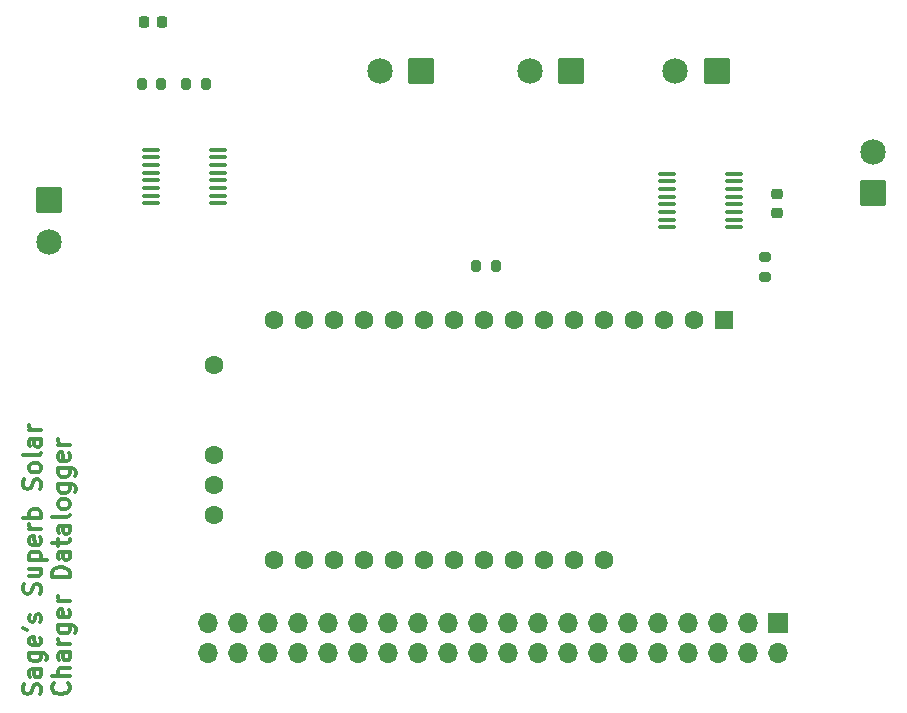
<source format=gts>
%TF.GenerationSoftware,KiCad,Pcbnew,7.0.8*%
%TF.CreationDate,2024-03-08T20:35:52-08:00*%
%TF.ProjectId,solar_charger,736f6c61-725f-4636-9861-726765722e6b,rev?*%
%TF.SameCoordinates,Original*%
%TF.FileFunction,Soldermask,Top*%
%TF.FilePolarity,Negative*%
%FSLAX46Y46*%
G04 Gerber Fmt 4.6, Leading zero omitted, Abs format (unit mm)*
G04 Created by KiCad (PCBNEW 7.0.8) date 2024-03-08 20:35:52*
%MOMM*%
%LPD*%
G01*
G04 APERTURE LIST*
G04 Aperture macros list*
%AMRoundRect*
0 Rectangle with rounded corners*
0 $1 Rounding radius*
0 $2 $3 $4 $5 $6 $7 $8 $9 X,Y pos of 4 corners*
0 Add a 4 corners polygon primitive as box body*
4,1,4,$2,$3,$4,$5,$6,$7,$8,$9,$2,$3,0*
0 Add four circle primitives for the rounded corners*
1,1,$1+$1,$2,$3*
1,1,$1+$1,$4,$5*
1,1,$1+$1,$6,$7*
1,1,$1+$1,$8,$9*
0 Add four rect primitives between the rounded corners*
20,1,$1+$1,$2,$3,$4,$5,0*
20,1,$1+$1,$4,$5,$6,$7,0*
20,1,$1+$1,$6,$7,$8,$9,0*
20,1,$1+$1,$8,$9,$2,$3,0*%
G04 Aperture macros list end*
%ADD10C,0.300000*%
%ADD11RoundRect,0.225000X0.225000X0.250000X-0.225000X0.250000X-0.225000X-0.250000X0.225000X-0.250000X0*%
%ADD12RoundRect,0.225000X-0.250000X0.225000X-0.250000X-0.225000X0.250000X-0.225000X0.250000X0.225000X0*%
%ADD13RoundRect,0.200000X0.200000X0.275000X-0.200000X0.275000X-0.200000X-0.275000X0.200000X-0.275000X0*%
%ADD14RoundRect,0.063500X1.016000X1.016000X-1.016000X1.016000X-1.016000X-1.016000X1.016000X-1.016000X0*%
%ADD15C,2.159000*%
%ADD16R,1.600000X1.600000*%
%ADD17C,1.600000*%
%ADD18RoundRect,0.200000X-0.275000X0.200000X-0.275000X-0.200000X0.275000X-0.200000X0.275000X0.200000X0*%
%ADD19RoundRect,0.100000X-0.637500X-0.100000X0.637500X-0.100000X0.637500X0.100000X-0.637500X0.100000X0*%
%ADD20RoundRect,0.100000X0.637500X0.100000X-0.637500X0.100000X-0.637500X-0.100000X0.637500X-0.100000X0*%
%ADD21RoundRect,0.063500X-1.016000X1.016000X-1.016000X-1.016000X1.016000X-1.016000X1.016000X1.016000X0*%
%ADD22RoundRect,0.063500X1.016000X-1.016000X1.016000X1.016000X-1.016000X1.016000X-1.016000X-1.016000X0*%
%ADD23R,1.700000X1.700000*%
%ADD24O,1.700000X1.700000*%
G04 APERTURE END LIST*
D10*
X102851400Y-95909917D02*
X102922828Y-95695632D01*
X102922828Y-95695632D02*
X102922828Y-95338489D01*
X102922828Y-95338489D02*
X102851400Y-95195632D01*
X102851400Y-95195632D02*
X102779971Y-95124203D01*
X102779971Y-95124203D02*
X102637114Y-95052774D01*
X102637114Y-95052774D02*
X102494257Y-95052774D01*
X102494257Y-95052774D02*
X102351400Y-95124203D01*
X102351400Y-95124203D02*
X102279971Y-95195632D01*
X102279971Y-95195632D02*
X102208542Y-95338489D01*
X102208542Y-95338489D02*
X102137114Y-95624203D01*
X102137114Y-95624203D02*
X102065685Y-95767060D01*
X102065685Y-95767060D02*
X101994257Y-95838489D01*
X101994257Y-95838489D02*
X101851400Y-95909917D01*
X101851400Y-95909917D02*
X101708542Y-95909917D01*
X101708542Y-95909917D02*
X101565685Y-95838489D01*
X101565685Y-95838489D02*
X101494257Y-95767060D01*
X101494257Y-95767060D02*
X101422828Y-95624203D01*
X101422828Y-95624203D02*
X101422828Y-95267060D01*
X101422828Y-95267060D02*
X101494257Y-95052774D01*
X102922828Y-93767061D02*
X102137114Y-93767061D01*
X102137114Y-93767061D02*
X101994257Y-93838489D01*
X101994257Y-93838489D02*
X101922828Y-93981346D01*
X101922828Y-93981346D02*
X101922828Y-94267061D01*
X101922828Y-94267061D02*
X101994257Y-94409918D01*
X102851400Y-93767061D02*
X102922828Y-93909918D01*
X102922828Y-93909918D02*
X102922828Y-94267061D01*
X102922828Y-94267061D02*
X102851400Y-94409918D01*
X102851400Y-94409918D02*
X102708542Y-94481346D01*
X102708542Y-94481346D02*
X102565685Y-94481346D01*
X102565685Y-94481346D02*
X102422828Y-94409918D01*
X102422828Y-94409918D02*
X102351400Y-94267061D01*
X102351400Y-94267061D02*
X102351400Y-93909918D01*
X102351400Y-93909918D02*
X102279971Y-93767061D01*
X101922828Y-92409918D02*
X103137114Y-92409918D01*
X103137114Y-92409918D02*
X103279971Y-92481346D01*
X103279971Y-92481346D02*
X103351400Y-92552775D01*
X103351400Y-92552775D02*
X103422828Y-92695632D01*
X103422828Y-92695632D02*
X103422828Y-92909918D01*
X103422828Y-92909918D02*
X103351400Y-93052775D01*
X102851400Y-92409918D02*
X102922828Y-92552775D01*
X102922828Y-92552775D02*
X102922828Y-92838489D01*
X102922828Y-92838489D02*
X102851400Y-92981346D01*
X102851400Y-92981346D02*
X102779971Y-93052775D01*
X102779971Y-93052775D02*
X102637114Y-93124203D01*
X102637114Y-93124203D02*
X102208542Y-93124203D01*
X102208542Y-93124203D02*
X102065685Y-93052775D01*
X102065685Y-93052775D02*
X101994257Y-92981346D01*
X101994257Y-92981346D02*
X101922828Y-92838489D01*
X101922828Y-92838489D02*
X101922828Y-92552775D01*
X101922828Y-92552775D02*
X101994257Y-92409918D01*
X102851400Y-91124203D02*
X102922828Y-91267060D01*
X102922828Y-91267060D02*
X102922828Y-91552775D01*
X102922828Y-91552775D02*
X102851400Y-91695632D01*
X102851400Y-91695632D02*
X102708542Y-91767060D01*
X102708542Y-91767060D02*
X102137114Y-91767060D01*
X102137114Y-91767060D02*
X101994257Y-91695632D01*
X101994257Y-91695632D02*
X101922828Y-91552775D01*
X101922828Y-91552775D02*
X101922828Y-91267060D01*
X101922828Y-91267060D02*
X101994257Y-91124203D01*
X101994257Y-91124203D02*
X102137114Y-91052775D01*
X102137114Y-91052775D02*
X102279971Y-91052775D01*
X102279971Y-91052775D02*
X102422828Y-91767060D01*
X101422828Y-90338489D02*
X101708542Y-90481346D01*
X102851400Y-89767060D02*
X102922828Y-89624203D01*
X102922828Y-89624203D02*
X102922828Y-89338489D01*
X102922828Y-89338489D02*
X102851400Y-89195632D01*
X102851400Y-89195632D02*
X102708542Y-89124203D01*
X102708542Y-89124203D02*
X102637114Y-89124203D01*
X102637114Y-89124203D02*
X102494257Y-89195632D01*
X102494257Y-89195632D02*
X102422828Y-89338489D01*
X102422828Y-89338489D02*
X102422828Y-89552775D01*
X102422828Y-89552775D02*
X102351400Y-89695632D01*
X102351400Y-89695632D02*
X102208542Y-89767060D01*
X102208542Y-89767060D02*
X102137114Y-89767060D01*
X102137114Y-89767060D02*
X101994257Y-89695632D01*
X101994257Y-89695632D02*
X101922828Y-89552775D01*
X101922828Y-89552775D02*
X101922828Y-89338489D01*
X101922828Y-89338489D02*
X101994257Y-89195632D01*
X102851400Y-87409917D02*
X102922828Y-87195632D01*
X102922828Y-87195632D02*
X102922828Y-86838489D01*
X102922828Y-86838489D02*
X102851400Y-86695632D01*
X102851400Y-86695632D02*
X102779971Y-86624203D01*
X102779971Y-86624203D02*
X102637114Y-86552774D01*
X102637114Y-86552774D02*
X102494257Y-86552774D01*
X102494257Y-86552774D02*
X102351400Y-86624203D01*
X102351400Y-86624203D02*
X102279971Y-86695632D01*
X102279971Y-86695632D02*
X102208542Y-86838489D01*
X102208542Y-86838489D02*
X102137114Y-87124203D01*
X102137114Y-87124203D02*
X102065685Y-87267060D01*
X102065685Y-87267060D02*
X101994257Y-87338489D01*
X101994257Y-87338489D02*
X101851400Y-87409917D01*
X101851400Y-87409917D02*
X101708542Y-87409917D01*
X101708542Y-87409917D02*
X101565685Y-87338489D01*
X101565685Y-87338489D02*
X101494257Y-87267060D01*
X101494257Y-87267060D02*
X101422828Y-87124203D01*
X101422828Y-87124203D02*
X101422828Y-86767060D01*
X101422828Y-86767060D02*
X101494257Y-86552774D01*
X101922828Y-85267061D02*
X102922828Y-85267061D01*
X101922828Y-85909918D02*
X102708542Y-85909918D01*
X102708542Y-85909918D02*
X102851400Y-85838489D01*
X102851400Y-85838489D02*
X102922828Y-85695632D01*
X102922828Y-85695632D02*
X102922828Y-85481346D01*
X102922828Y-85481346D02*
X102851400Y-85338489D01*
X102851400Y-85338489D02*
X102779971Y-85267061D01*
X101922828Y-84552775D02*
X103422828Y-84552775D01*
X101994257Y-84552775D02*
X101922828Y-84409918D01*
X101922828Y-84409918D02*
X101922828Y-84124203D01*
X101922828Y-84124203D02*
X101994257Y-83981346D01*
X101994257Y-83981346D02*
X102065685Y-83909918D01*
X102065685Y-83909918D02*
X102208542Y-83838489D01*
X102208542Y-83838489D02*
X102637114Y-83838489D01*
X102637114Y-83838489D02*
X102779971Y-83909918D01*
X102779971Y-83909918D02*
X102851400Y-83981346D01*
X102851400Y-83981346D02*
X102922828Y-84124203D01*
X102922828Y-84124203D02*
X102922828Y-84409918D01*
X102922828Y-84409918D02*
X102851400Y-84552775D01*
X102851400Y-82624203D02*
X102922828Y-82767060D01*
X102922828Y-82767060D02*
X102922828Y-83052775D01*
X102922828Y-83052775D02*
X102851400Y-83195632D01*
X102851400Y-83195632D02*
X102708542Y-83267060D01*
X102708542Y-83267060D02*
X102137114Y-83267060D01*
X102137114Y-83267060D02*
X101994257Y-83195632D01*
X101994257Y-83195632D02*
X101922828Y-83052775D01*
X101922828Y-83052775D02*
X101922828Y-82767060D01*
X101922828Y-82767060D02*
X101994257Y-82624203D01*
X101994257Y-82624203D02*
X102137114Y-82552775D01*
X102137114Y-82552775D02*
X102279971Y-82552775D01*
X102279971Y-82552775D02*
X102422828Y-83267060D01*
X102922828Y-81909918D02*
X101922828Y-81909918D01*
X102208542Y-81909918D02*
X102065685Y-81838489D01*
X102065685Y-81838489D02*
X101994257Y-81767061D01*
X101994257Y-81767061D02*
X101922828Y-81624203D01*
X101922828Y-81624203D02*
X101922828Y-81481346D01*
X102922828Y-80981347D02*
X101422828Y-80981347D01*
X101994257Y-80981347D02*
X101922828Y-80838490D01*
X101922828Y-80838490D02*
X101922828Y-80552775D01*
X101922828Y-80552775D02*
X101994257Y-80409918D01*
X101994257Y-80409918D02*
X102065685Y-80338490D01*
X102065685Y-80338490D02*
X102208542Y-80267061D01*
X102208542Y-80267061D02*
X102637114Y-80267061D01*
X102637114Y-80267061D02*
X102779971Y-80338490D01*
X102779971Y-80338490D02*
X102851400Y-80409918D01*
X102851400Y-80409918D02*
X102922828Y-80552775D01*
X102922828Y-80552775D02*
X102922828Y-80838490D01*
X102922828Y-80838490D02*
X102851400Y-80981347D01*
X102851400Y-78552775D02*
X102922828Y-78338490D01*
X102922828Y-78338490D02*
X102922828Y-77981347D01*
X102922828Y-77981347D02*
X102851400Y-77838490D01*
X102851400Y-77838490D02*
X102779971Y-77767061D01*
X102779971Y-77767061D02*
X102637114Y-77695632D01*
X102637114Y-77695632D02*
X102494257Y-77695632D01*
X102494257Y-77695632D02*
X102351400Y-77767061D01*
X102351400Y-77767061D02*
X102279971Y-77838490D01*
X102279971Y-77838490D02*
X102208542Y-77981347D01*
X102208542Y-77981347D02*
X102137114Y-78267061D01*
X102137114Y-78267061D02*
X102065685Y-78409918D01*
X102065685Y-78409918D02*
X101994257Y-78481347D01*
X101994257Y-78481347D02*
X101851400Y-78552775D01*
X101851400Y-78552775D02*
X101708542Y-78552775D01*
X101708542Y-78552775D02*
X101565685Y-78481347D01*
X101565685Y-78481347D02*
X101494257Y-78409918D01*
X101494257Y-78409918D02*
X101422828Y-78267061D01*
X101422828Y-78267061D02*
X101422828Y-77909918D01*
X101422828Y-77909918D02*
X101494257Y-77695632D01*
X102922828Y-76838490D02*
X102851400Y-76981347D01*
X102851400Y-76981347D02*
X102779971Y-77052776D01*
X102779971Y-77052776D02*
X102637114Y-77124204D01*
X102637114Y-77124204D02*
X102208542Y-77124204D01*
X102208542Y-77124204D02*
X102065685Y-77052776D01*
X102065685Y-77052776D02*
X101994257Y-76981347D01*
X101994257Y-76981347D02*
X101922828Y-76838490D01*
X101922828Y-76838490D02*
X101922828Y-76624204D01*
X101922828Y-76624204D02*
X101994257Y-76481347D01*
X101994257Y-76481347D02*
X102065685Y-76409919D01*
X102065685Y-76409919D02*
X102208542Y-76338490D01*
X102208542Y-76338490D02*
X102637114Y-76338490D01*
X102637114Y-76338490D02*
X102779971Y-76409919D01*
X102779971Y-76409919D02*
X102851400Y-76481347D01*
X102851400Y-76481347D02*
X102922828Y-76624204D01*
X102922828Y-76624204D02*
X102922828Y-76838490D01*
X102922828Y-75481347D02*
X102851400Y-75624204D01*
X102851400Y-75624204D02*
X102708542Y-75695633D01*
X102708542Y-75695633D02*
X101422828Y-75695633D01*
X102922828Y-74267062D02*
X102137114Y-74267062D01*
X102137114Y-74267062D02*
X101994257Y-74338490D01*
X101994257Y-74338490D02*
X101922828Y-74481347D01*
X101922828Y-74481347D02*
X101922828Y-74767062D01*
X101922828Y-74767062D02*
X101994257Y-74909919D01*
X102851400Y-74267062D02*
X102922828Y-74409919D01*
X102922828Y-74409919D02*
X102922828Y-74767062D01*
X102922828Y-74767062D02*
X102851400Y-74909919D01*
X102851400Y-74909919D02*
X102708542Y-74981347D01*
X102708542Y-74981347D02*
X102565685Y-74981347D01*
X102565685Y-74981347D02*
X102422828Y-74909919D01*
X102422828Y-74909919D02*
X102351400Y-74767062D01*
X102351400Y-74767062D02*
X102351400Y-74409919D01*
X102351400Y-74409919D02*
X102279971Y-74267062D01*
X102922828Y-73552776D02*
X101922828Y-73552776D01*
X102208542Y-73552776D02*
X102065685Y-73481347D01*
X102065685Y-73481347D02*
X101994257Y-73409919D01*
X101994257Y-73409919D02*
X101922828Y-73267061D01*
X101922828Y-73267061D02*
X101922828Y-73124204D01*
X105194971Y-94981346D02*
X105266400Y-95052774D01*
X105266400Y-95052774D02*
X105337828Y-95267060D01*
X105337828Y-95267060D02*
X105337828Y-95409917D01*
X105337828Y-95409917D02*
X105266400Y-95624203D01*
X105266400Y-95624203D02*
X105123542Y-95767060D01*
X105123542Y-95767060D02*
X104980685Y-95838489D01*
X104980685Y-95838489D02*
X104694971Y-95909917D01*
X104694971Y-95909917D02*
X104480685Y-95909917D01*
X104480685Y-95909917D02*
X104194971Y-95838489D01*
X104194971Y-95838489D02*
X104052114Y-95767060D01*
X104052114Y-95767060D02*
X103909257Y-95624203D01*
X103909257Y-95624203D02*
X103837828Y-95409917D01*
X103837828Y-95409917D02*
X103837828Y-95267060D01*
X103837828Y-95267060D02*
X103909257Y-95052774D01*
X103909257Y-95052774D02*
X103980685Y-94981346D01*
X105337828Y-94338489D02*
X103837828Y-94338489D01*
X105337828Y-93695632D02*
X104552114Y-93695632D01*
X104552114Y-93695632D02*
X104409257Y-93767060D01*
X104409257Y-93767060D02*
X104337828Y-93909917D01*
X104337828Y-93909917D02*
X104337828Y-94124203D01*
X104337828Y-94124203D02*
X104409257Y-94267060D01*
X104409257Y-94267060D02*
X104480685Y-94338489D01*
X105337828Y-92338489D02*
X104552114Y-92338489D01*
X104552114Y-92338489D02*
X104409257Y-92409917D01*
X104409257Y-92409917D02*
X104337828Y-92552774D01*
X104337828Y-92552774D02*
X104337828Y-92838489D01*
X104337828Y-92838489D02*
X104409257Y-92981346D01*
X105266400Y-92338489D02*
X105337828Y-92481346D01*
X105337828Y-92481346D02*
X105337828Y-92838489D01*
X105337828Y-92838489D02*
X105266400Y-92981346D01*
X105266400Y-92981346D02*
X105123542Y-93052774D01*
X105123542Y-93052774D02*
X104980685Y-93052774D01*
X104980685Y-93052774D02*
X104837828Y-92981346D01*
X104837828Y-92981346D02*
X104766400Y-92838489D01*
X104766400Y-92838489D02*
X104766400Y-92481346D01*
X104766400Y-92481346D02*
X104694971Y-92338489D01*
X105337828Y-91624203D02*
X104337828Y-91624203D01*
X104623542Y-91624203D02*
X104480685Y-91552774D01*
X104480685Y-91552774D02*
X104409257Y-91481346D01*
X104409257Y-91481346D02*
X104337828Y-91338488D01*
X104337828Y-91338488D02*
X104337828Y-91195631D01*
X104337828Y-90052775D02*
X105552114Y-90052775D01*
X105552114Y-90052775D02*
X105694971Y-90124203D01*
X105694971Y-90124203D02*
X105766400Y-90195632D01*
X105766400Y-90195632D02*
X105837828Y-90338489D01*
X105837828Y-90338489D02*
X105837828Y-90552775D01*
X105837828Y-90552775D02*
X105766400Y-90695632D01*
X105266400Y-90052775D02*
X105337828Y-90195632D01*
X105337828Y-90195632D02*
X105337828Y-90481346D01*
X105337828Y-90481346D02*
X105266400Y-90624203D01*
X105266400Y-90624203D02*
X105194971Y-90695632D01*
X105194971Y-90695632D02*
X105052114Y-90767060D01*
X105052114Y-90767060D02*
X104623542Y-90767060D01*
X104623542Y-90767060D02*
X104480685Y-90695632D01*
X104480685Y-90695632D02*
X104409257Y-90624203D01*
X104409257Y-90624203D02*
X104337828Y-90481346D01*
X104337828Y-90481346D02*
X104337828Y-90195632D01*
X104337828Y-90195632D02*
X104409257Y-90052775D01*
X105266400Y-88767060D02*
X105337828Y-88909917D01*
X105337828Y-88909917D02*
X105337828Y-89195632D01*
X105337828Y-89195632D02*
X105266400Y-89338489D01*
X105266400Y-89338489D02*
X105123542Y-89409917D01*
X105123542Y-89409917D02*
X104552114Y-89409917D01*
X104552114Y-89409917D02*
X104409257Y-89338489D01*
X104409257Y-89338489D02*
X104337828Y-89195632D01*
X104337828Y-89195632D02*
X104337828Y-88909917D01*
X104337828Y-88909917D02*
X104409257Y-88767060D01*
X104409257Y-88767060D02*
X104552114Y-88695632D01*
X104552114Y-88695632D02*
X104694971Y-88695632D01*
X104694971Y-88695632D02*
X104837828Y-89409917D01*
X105337828Y-88052775D02*
X104337828Y-88052775D01*
X104623542Y-88052775D02*
X104480685Y-87981346D01*
X104480685Y-87981346D02*
X104409257Y-87909918D01*
X104409257Y-87909918D02*
X104337828Y-87767060D01*
X104337828Y-87767060D02*
X104337828Y-87624203D01*
X105337828Y-85981347D02*
X103837828Y-85981347D01*
X103837828Y-85981347D02*
X103837828Y-85624204D01*
X103837828Y-85624204D02*
X103909257Y-85409918D01*
X103909257Y-85409918D02*
X104052114Y-85267061D01*
X104052114Y-85267061D02*
X104194971Y-85195632D01*
X104194971Y-85195632D02*
X104480685Y-85124204D01*
X104480685Y-85124204D02*
X104694971Y-85124204D01*
X104694971Y-85124204D02*
X104980685Y-85195632D01*
X104980685Y-85195632D02*
X105123542Y-85267061D01*
X105123542Y-85267061D02*
X105266400Y-85409918D01*
X105266400Y-85409918D02*
X105337828Y-85624204D01*
X105337828Y-85624204D02*
X105337828Y-85981347D01*
X105337828Y-83838490D02*
X104552114Y-83838490D01*
X104552114Y-83838490D02*
X104409257Y-83909918D01*
X104409257Y-83909918D02*
X104337828Y-84052775D01*
X104337828Y-84052775D02*
X104337828Y-84338490D01*
X104337828Y-84338490D02*
X104409257Y-84481347D01*
X105266400Y-83838490D02*
X105337828Y-83981347D01*
X105337828Y-83981347D02*
X105337828Y-84338490D01*
X105337828Y-84338490D02*
X105266400Y-84481347D01*
X105266400Y-84481347D02*
X105123542Y-84552775D01*
X105123542Y-84552775D02*
X104980685Y-84552775D01*
X104980685Y-84552775D02*
X104837828Y-84481347D01*
X104837828Y-84481347D02*
X104766400Y-84338490D01*
X104766400Y-84338490D02*
X104766400Y-83981347D01*
X104766400Y-83981347D02*
X104694971Y-83838490D01*
X104337828Y-83338489D02*
X104337828Y-82767061D01*
X103837828Y-83124204D02*
X105123542Y-83124204D01*
X105123542Y-83124204D02*
X105266400Y-83052775D01*
X105266400Y-83052775D02*
X105337828Y-82909918D01*
X105337828Y-82909918D02*
X105337828Y-82767061D01*
X105337828Y-81624204D02*
X104552114Y-81624204D01*
X104552114Y-81624204D02*
X104409257Y-81695632D01*
X104409257Y-81695632D02*
X104337828Y-81838489D01*
X104337828Y-81838489D02*
X104337828Y-82124204D01*
X104337828Y-82124204D02*
X104409257Y-82267061D01*
X105266400Y-81624204D02*
X105337828Y-81767061D01*
X105337828Y-81767061D02*
X105337828Y-82124204D01*
X105337828Y-82124204D02*
X105266400Y-82267061D01*
X105266400Y-82267061D02*
X105123542Y-82338489D01*
X105123542Y-82338489D02*
X104980685Y-82338489D01*
X104980685Y-82338489D02*
X104837828Y-82267061D01*
X104837828Y-82267061D02*
X104766400Y-82124204D01*
X104766400Y-82124204D02*
X104766400Y-81767061D01*
X104766400Y-81767061D02*
X104694971Y-81624204D01*
X105337828Y-80695632D02*
X105266400Y-80838489D01*
X105266400Y-80838489D02*
X105123542Y-80909918D01*
X105123542Y-80909918D02*
X103837828Y-80909918D01*
X105337828Y-79909918D02*
X105266400Y-80052775D01*
X105266400Y-80052775D02*
X105194971Y-80124204D01*
X105194971Y-80124204D02*
X105052114Y-80195632D01*
X105052114Y-80195632D02*
X104623542Y-80195632D01*
X104623542Y-80195632D02*
X104480685Y-80124204D01*
X104480685Y-80124204D02*
X104409257Y-80052775D01*
X104409257Y-80052775D02*
X104337828Y-79909918D01*
X104337828Y-79909918D02*
X104337828Y-79695632D01*
X104337828Y-79695632D02*
X104409257Y-79552775D01*
X104409257Y-79552775D02*
X104480685Y-79481347D01*
X104480685Y-79481347D02*
X104623542Y-79409918D01*
X104623542Y-79409918D02*
X105052114Y-79409918D01*
X105052114Y-79409918D02*
X105194971Y-79481347D01*
X105194971Y-79481347D02*
X105266400Y-79552775D01*
X105266400Y-79552775D02*
X105337828Y-79695632D01*
X105337828Y-79695632D02*
X105337828Y-79909918D01*
X104337828Y-78124204D02*
X105552114Y-78124204D01*
X105552114Y-78124204D02*
X105694971Y-78195632D01*
X105694971Y-78195632D02*
X105766400Y-78267061D01*
X105766400Y-78267061D02*
X105837828Y-78409918D01*
X105837828Y-78409918D02*
X105837828Y-78624204D01*
X105837828Y-78624204D02*
X105766400Y-78767061D01*
X105266400Y-78124204D02*
X105337828Y-78267061D01*
X105337828Y-78267061D02*
X105337828Y-78552775D01*
X105337828Y-78552775D02*
X105266400Y-78695632D01*
X105266400Y-78695632D02*
X105194971Y-78767061D01*
X105194971Y-78767061D02*
X105052114Y-78838489D01*
X105052114Y-78838489D02*
X104623542Y-78838489D01*
X104623542Y-78838489D02*
X104480685Y-78767061D01*
X104480685Y-78767061D02*
X104409257Y-78695632D01*
X104409257Y-78695632D02*
X104337828Y-78552775D01*
X104337828Y-78552775D02*
X104337828Y-78267061D01*
X104337828Y-78267061D02*
X104409257Y-78124204D01*
X104337828Y-76767061D02*
X105552114Y-76767061D01*
X105552114Y-76767061D02*
X105694971Y-76838489D01*
X105694971Y-76838489D02*
X105766400Y-76909918D01*
X105766400Y-76909918D02*
X105837828Y-77052775D01*
X105837828Y-77052775D02*
X105837828Y-77267061D01*
X105837828Y-77267061D02*
X105766400Y-77409918D01*
X105266400Y-76767061D02*
X105337828Y-76909918D01*
X105337828Y-76909918D02*
X105337828Y-77195632D01*
X105337828Y-77195632D02*
X105266400Y-77338489D01*
X105266400Y-77338489D02*
X105194971Y-77409918D01*
X105194971Y-77409918D02*
X105052114Y-77481346D01*
X105052114Y-77481346D02*
X104623542Y-77481346D01*
X104623542Y-77481346D02*
X104480685Y-77409918D01*
X104480685Y-77409918D02*
X104409257Y-77338489D01*
X104409257Y-77338489D02*
X104337828Y-77195632D01*
X104337828Y-77195632D02*
X104337828Y-76909918D01*
X104337828Y-76909918D02*
X104409257Y-76767061D01*
X105266400Y-75481346D02*
X105337828Y-75624203D01*
X105337828Y-75624203D02*
X105337828Y-75909918D01*
X105337828Y-75909918D02*
X105266400Y-76052775D01*
X105266400Y-76052775D02*
X105123542Y-76124203D01*
X105123542Y-76124203D02*
X104552114Y-76124203D01*
X104552114Y-76124203D02*
X104409257Y-76052775D01*
X104409257Y-76052775D02*
X104337828Y-75909918D01*
X104337828Y-75909918D02*
X104337828Y-75624203D01*
X104337828Y-75624203D02*
X104409257Y-75481346D01*
X104409257Y-75481346D02*
X104552114Y-75409918D01*
X104552114Y-75409918D02*
X104694971Y-75409918D01*
X104694971Y-75409918D02*
X104837828Y-76124203D01*
X105337828Y-74767061D02*
X104337828Y-74767061D01*
X104623542Y-74767061D02*
X104480685Y-74695632D01*
X104480685Y-74695632D02*
X104409257Y-74624204D01*
X104409257Y-74624204D02*
X104337828Y-74481346D01*
X104337828Y-74481346D02*
X104337828Y-74338489D01*
D11*
X113157000Y-38989000D03*
X111607000Y-38989000D03*
D12*
X165230000Y-53581000D03*
X165230000Y-55131000D03*
D13*
X141414000Y-59690000D03*
X139764000Y-59690000D03*
D14*
X147828000Y-43140000D03*
D15*
X144328000Y-43140000D03*
D16*
X160782000Y-64262000D03*
D17*
X158242000Y-64262000D03*
X155702000Y-64262000D03*
X153162000Y-64262000D03*
X150622000Y-64262000D03*
X148082000Y-64262000D03*
X145542000Y-64262000D03*
X143002000Y-64262000D03*
X140462000Y-64262000D03*
X137922000Y-64262000D03*
X135382000Y-64262000D03*
X132842000Y-64262000D03*
X130302000Y-64262000D03*
X127762000Y-64262000D03*
X125222000Y-64262000D03*
X122682000Y-64262000D03*
X122682000Y-84582000D03*
X125222000Y-84582000D03*
X127762000Y-84582000D03*
X130302000Y-84582000D03*
X132842000Y-84582000D03*
X135382000Y-84582000D03*
X137922000Y-84582000D03*
X140462000Y-84582000D03*
X143002000Y-84582000D03*
X145542000Y-84582000D03*
X148082000Y-84582000D03*
X150622000Y-84582000D03*
X117602000Y-68072000D03*
X117602000Y-75692000D03*
X117602000Y-78232000D03*
X117602000Y-80772000D03*
D18*
X164211000Y-58928000D03*
X164211000Y-60578000D03*
D19*
X155887500Y-51827000D03*
X155887500Y-52477000D03*
X155887500Y-53127000D03*
X155887500Y-53777000D03*
X155887500Y-54427000D03*
X155887500Y-55077000D03*
X155887500Y-55727000D03*
X155887500Y-56377000D03*
X161612500Y-56377000D03*
X161612500Y-55727000D03*
X161612500Y-55077000D03*
X161612500Y-54427000D03*
X161612500Y-53777000D03*
X161612500Y-53127000D03*
X161612500Y-52477000D03*
X161612500Y-51827000D03*
D14*
X160117800Y-43140000D03*
D15*
X156617800Y-43140000D03*
D14*
X135128000Y-43140000D03*
D15*
X131628000Y-43140000D03*
D20*
X117924500Y-54345000D03*
X117924500Y-53695000D03*
X117924500Y-53045000D03*
X117924500Y-52395000D03*
X117924500Y-51745000D03*
X117924500Y-51095000D03*
X117924500Y-50445000D03*
X117924500Y-49795000D03*
X112199500Y-49795000D03*
X112199500Y-50445000D03*
X112199500Y-51095000D03*
X112199500Y-51745000D03*
X112199500Y-52395000D03*
X112199500Y-53045000D03*
X112199500Y-53695000D03*
X112199500Y-54345000D03*
D13*
X116852500Y-44246500D03*
X115202500Y-44246500D03*
D21*
X103632000Y-54102000D03*
D15*
X103632000Y-57602000D03*
D22*
X173382000Y-53489800D03*
D15*
X173382000Y-49989800D03*
D13*
X113105500Y-44246500D03*
X111455500Y-44246500D03*
D23*
X165354000Y-89916000D03*
D24*
X165354000Y-92456000D03*
X162814000Y-89916000D03*
X162814000Y-92456000D03*
X160274000Y-89916000D03*
X160274000Y-92456000D03*
X157734000Y-89916000D03*
X157734000Y-92456000D03*
X155194000Y-89916000D03*
X155194000Y-92456000D03*
X152654000Y-89916000D03*
X152654000Y-92456000D03*
X150114000Y-89916000D03*
X150114000Y-92456000D03*
X147574000Y-89916000D03*
X147574000Y-92456000D03*
X145034000Y-89916000D03*
X145034000Y-92456000D03*
X142494000Y-89916000D03*
X142494000Y-92456000D03*
X139954000Y-89916000D03*
X139954000Y-92456000D03*
X137414000Y-89916000D03*
X137414000Y-92456000D03*
X134874000Y-89916000D03*
X134874000Y-92456000D03*
X132334000Y-89916000D03*
X132334000Y-92456000D03*
X129794000Y-89916000D03*
X129794000Y-92456000D03*
X127254000Y-89916000D03*
X127254000Y-92456000D03*
X124714000Y-89916000D03*
X124714000Y-92456000D03*
X122174000Y-89916000D03*
X122174000Y-92456000D03*
X119634000Y-89916000D03*
X119634000Y-92456000D03*
X117094000Y-89916000D03*
X117094000Y-92456000D03*
M02*

</source>
